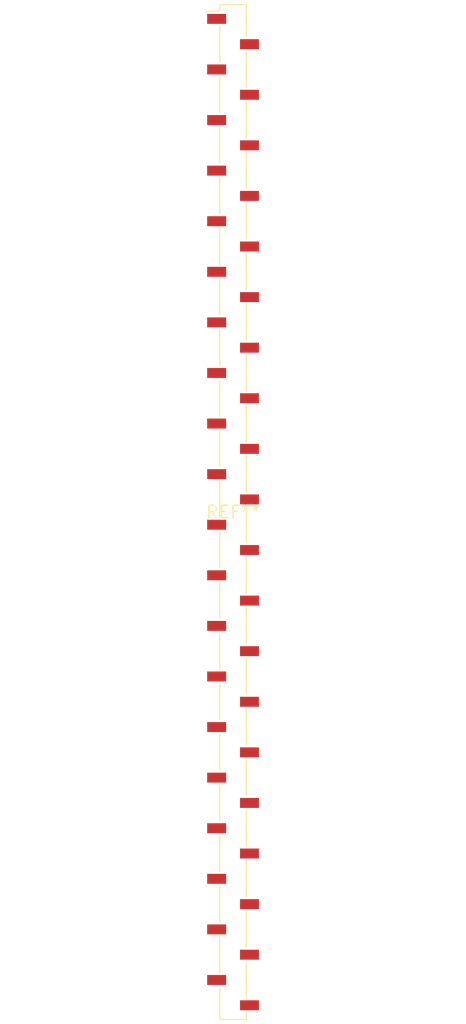
<source format=kicad_pcb>
(kicad_pcb (version 20240108) (generator pcbnew)
  (layers (0 "F.Cu" signal) (31 "B.Cu" signal) (34 "B.Paste" user) (35 "F.Paste" user) (36 "B.SilkS" user "B.Silkscreen") (37 "F.SilkS" user "F.Silkscreen") (38 "B.Mask" user) (39 "F.Mask" user) (44 "Edge.Cuts" user))
  (net 0 "")
  (footprint "PinSocket_1x40_P2.54mm_Vertical_SMD_Pin1Left" (layer "F.Cu") (at 0 0)
    (property "Reference" "REF**")
    (property "Value" "PinSocket_1x40_P2.54mm_Vertical_SMD_Pin1Left")
    (fp_line (start -2.54 -50.29) (end -1.33 -50.29) (layer "F.SilkS") (stroke (width 0.12)))
    (fp_line (start -1.33 -50.96) (end -1.33 -50.29) (layer "F.SilkS") (stroke (width 0.12)))
    (fp_line (start -1.33 -50.96) (end 1.33 -50.96) (layer "F.SilkS") (stroke (width 0.12)))
    (fp_line (start -1.33 -48.77) (end -1.33 -45.21) (layer "F.SilkS") (stroke (width 0.12)))
    (fp_line (start -1.33 -43.69) (end -1.33 -40.13) (layer "F.SilkS") (stroke (width 0.12)))
    (fp_line (start -1.33 -38.61) (end -1.33 -35.05) (layer "F.SilkS") (stroke (width 0.12)))
    (fp_line (start -1.33 -33.53) (end -1.33 -29.97) (layer "F.SilkS") (stroke (width 0.12)))
    (fp_line (start -1.33 -28.45) (end -1.33 -24.89) (layer "F.SilkS") (stroke (width 0.12)))
    (fp_line (start -1.33 -23.37) (end -1.33 -19.81) (layer "F.SilkS") (stroke (width 0.12)))
    (fp_line (start -1.33 -18.29) (end -1.33 -14.73) (layer "F.SilkS") (stroke (width 0.12)))
    (fp_line (start -1.33 -13.21) (end -1.33 -9.65) (layer "F.SilkS") (stroke (width 0.12)))
    (fp_line (start -1.33 -8.13) (end -1.33 -4.57) (layer "F.SilkS") (stroke (width 0.12)))
    (fp_line (start -1.33 -3.05) (end -1.33 0.51) (layer "F.SilkS") (stroke (width 0.12)))
    (fp_line (start -1.33 2.03) (end -1.33 5.59) (layer "F.SilkS") (stroke (width 0.12)))
    (fp_line (start -1.33 7.11) (end -1.33 10.67) (layer "F.SilkS") (stroke (width 0.12)))
    (fp_line (start -1.33 12.19) (end -1.33 15.75) (layer "F.SilkS") (stroke (width 0.12)))
    (fp_line (start -1.33 17.27) (end -1.33 20.83) (layer "F.SilkS") (stroke (width 0.12)))
    (fp_line (start -1.33 22.35) (end -1.33 25.91) (layer "F.SilkS") (stroke (width 0.12)))
    (fp_line (start -1.33 27.43) (end -1.33 30.99) (layer "F.SilkS") (stroke (width 0.12)))
    (fp_line (start -1.33 32.51) (end -1.33 36.07) (layer "F.SilkS") (stroke (width 0.12)))
    (fp_line (start -1.33 37.59) (end -1.33 41.15) (layer "F.SilkS") (stroke (width 0.12)))
    (fp_line (start -1.33 42.67) (end -1.33 46.23) (layer "F.SilkS") (stroke (width 0.12)))
    (fp_line (start -1.33 47.75) (end -1.33 50.96) (layer "F.SilkS") (stroke (width 0.12)))
    (fp_line (start -1.33 50.96) (end 1.33 50.96) (layer "F.SilkS") (stroke (width 0.12)))
    (fp_line (start 1.33 -50.96) (end 1.33 -47.75) (layer "F.SilkS") (stroke (width 0.12)))
    (fp_line (start 1.33 -46.23) (end 1.33 -42.67) (layer "F.SilkS") (stroke (width 0.12)))
    (fp_line (start 1.33 -41.15) (end 1.33 -37.59) (layer "F.SilkS") (stroke (width 0.12)))
    (fp_line (start 1.33 -36.07) (end 1.33 -32.51) (layer "F.SilkS") (stroke (width 0.12)))
    (fp_line (start 1.33 -30.99) (end 1.33 -27.43) (layer "F.SilkS") (stroke (width 0.12)))
    (fp_line (start 1.33 -25.91) (end 1.33 -22.35) (layer "F.SilkS") (stroke (width 0.12)))
    (fp_line (start 1.33 -20.83) (end 1.33 -17.27) (layer "F.SilkS") (stroke (width 0.12)))
    (fp_line (start 1.33 -15.75) (end 1.33 -12.19) (layer "F.SilkS") (stroke (width 0.12)))
    (fp_line (start 1.33 -10.67) (end 1.33 -7.11) (layer "F.SilkS") (stroke (width 0.12)))
    (fp_line (start 1.33 -5.59) (end 1.33 -2.03) (layer "F.SilkS") (stroke (width 0.12)))
    (fp_line (start 1.33 -0.51) (end 1.33 3.05) (layer "F.SilkS") (stroke (width 0.12)))
    (fp_line (start 1.33 4.57) (end 1.33 8.13) (layer "F.SilkS") (stroke (width 0.12)))
    (fp_line (start 1.33 9.65) (end 1.33 13.21) (layer "F.SilkS") (stroke (width 0.12)))
    (fp_line (start 1.33 14.73) (end 1.33 18.29) (layer "F.SilkS") (stroke (width 0.12)))
    (fp_line (start 1.33 19.81) (end 1.33 23.37) (layer "F.SilkS") (stroke (width 0.12)))
    (fp_line (start 1.33 24.89) (end 1.33 28.45) (layer "F.SilkS") (stroke (width 0.12)))
    (fp_line (start 1.33 29.97) (end 1.33 33.53) (layer "F.SilkS") (stroke (width 0.12)))
    (fp_line (start 1.33 35.05) (end 1.33 38.61) (layer "F.SilkS") (stroke (width 0.12)))
    (fp_line (start 1.33 40.13) (end 1.33 43.69) (layer "F.SilkS") (stroke (width 0.12)))
    (fp_line (start 1.33 45.21) (end 1.33 48.77) (layer "F.SilkS") (stroke (width 0.12)))
    (fp_line (start 1.33 50.29) (end 1.33 50.96) (layer "F.SilkS") (stroke (width 0.12)))
    (pad "1" smd rect (at -1.65 -49.53) (size 1.9 1) (layers "F.Cu" "F.Paste" "F.Mask"))
    (pad "2" smd rect (at 1.65 -46.99) (size 1.9 1) (layers "F.Cu" "F.Paste" "F.Mask"))
    (pad "3" smd rect (at -1.65 -44.45) (size 1.9 1) (layers "F.Cu" "F.Paste" "F.Mask"))
    (pad "4" smd rect (at 1.65 -41.91) (size 1.9 1) (layers "F.Cu" "F.Paste" "F.Mask"))
    (pad "5" smd rect (at -1.65 -39.37) (size 1.9 1) (layers "F.Cu" "F.Paste" "F.Mask"))
    (pad "6" smd rect (at 1.65 -36.83) (size 1.9 1) (layers "F.Cu" "F.Paste" "F.Mask"))
    (pad "7" smd rect (at -1.65 -34.29) (size 1.9 1) (layers "F.Cu" "F.Paste" "F.Mask"))
    (pad "8" smd rect (at 1.65 -31.75) (size 1.9 1) (layers "F.Cu" "F.Paste" "F.Mask"))
    (pad "9" smd rect (at -1.65 -29.21) (size 1.9 1) (layers "F.Cu" "F.Paste" "F.Mask"))
    (pad "10" smd rect (at 1.65 -26.67) (size 1.9 1) (layers "F.Cu" "F.Paste" "F.Mask"))
    (pad "11" smd rect (at -1.65 -24.13) (size 1.9 1) (layers "F.Cu" "F.Paste" "F.Mask"))
    (pad "12" smd rect (at 1.65 -21.59) (size 1.9 1) (layers "F.Cu" "F.Paste" "F.Mask"))
    (pad "13" smd rect (at -1.65 -19.05) (size 1.9 1) (layers "F.Cu" "F.Paste" "F.Mask"))
    (pad "14" smd rect (at 1.65 -16.51) (size 1.9 1) (layers "F.Cu" "F.Paste" "F.Mask"))
    (pad "15" smd rect (at -1.65 -13.97) (size 1.9 1) (layers "F.Cu" "F.Paste" "F.Mask"))
    (pad "16" smd rect (at 1.65 -11.43) (size 1.9 1) (layers "F.Cu" "F.Paste" "F.Mask"))
    (pad "17" smd rect (at -1.65 -8.89) (size 1.9 1) (layers "F.Cu" "F.Paste" "F.Mask"))
    (pad "18" smd rect (at 1.65 -6.35) (size 1.9 1) (layers "F.Cu" "F.Paste" "F.Mask"))
    (pad "19" smd rect (at -1.65 -3.81) (size 1.9 1) (layers "F.Cu" "F.Paste" "F.Mask"))
    (pad "20" smd rect (at 1.65 -1.27) (size 1.9 1) (layers "F.Cu" "F.Paste" "F.Mask"))
    (pad "21" smd rect (at -1.65 1.27) (size 1.9 1) (layers "F.Cu" "F.Paste" "F.Mask"))
    (pad "22" smd rect (at 1.65 3.81) (size 1.9 1) (layers "F.Cu" "F.Paste" "F.Mask"))
    (pad "23" smd rect (at -1.65 6.35) (size 1.9 1) (layers "F.Cu" "F.Paste" "F.Mask"))
    (pad "24" smd rect (at 1.65 8.89) (size 1.9 1) (layers "F.Cu" "F.Paste" "F.Mask"))
    (pad "25" smd rect (at -1.65 11.43) (size 1.9 1) (layers "F.Cu" "F.Paste" "F.Mask"))
    (pad "26" smd rect (at 1.65 13.97) (size 1.9 1) (layers "F.Cu" "F.Paste" "F.Mask"))
    (pad "27" smd rect (at -1.65 16.51) (size 1.9 1) (layers "F.Cu" "F.Paste" "F.Mask"))
    (pad "28" smd rect (at 1.65 19.05) (size 1.9 1) (layers "F.Cu" "F.Paste" "F.Mask"))
    (pad "29" smd rect (at -1.65 21.59) (size 1.9 1) (layers "F.Cu" "F.Paste" "F.Mask"))
    (pad "30" smd rect (at 1.65 24.13) (size 1.9 1) (layers "F.Cu" "F.Paste" "F.Mask"))
    (pad "31" smd rect (at -1.65 26.67) (size 1.9 1) (layers "F.Cu" "F.Paste" "F.Mask"))
    (pad "32" smd rect (at 1.65 29.21) (size 1.9 1) (layers "F.Cu" "F.Paste" "F.Mask"))
    (pad "33" smd rect (at -1.65 31.75) (size 1.9 1) (layers "F.Cu" "F.Paste" "F.Mask"))
    (pad "34" smd rect (at 1.65 34.29) (size 1.9 1) (layers "F.Cu" "F.Paste" "F.Mask"))
    (pad "35" smd rect (at -1.65 36.83) (size 1.9 1) (layers "F.Cu" "F.Paste" "F.Mask"))
    (pad "36" smd rect (at 1.65 39.37) (size 1.9 1) (layers "F.Cu" "F.Paste" "F.Mask"))
    (pad "37" smd rect (at -1.65 41.91) (size 1.9 1) (layers "F.Cu" "F.Paste" "F.Mask"))
    (pad "38" smd rect (at 1.65 44.45) (size 1.9 1) (layers "F.Cu" "F.Paste" "F.Mask"))
    (pad "39" smd rect (at -1.65 46.99) (size 1.9 1) (layers "F.Cu" "F.Paste" "F.Mask"))
    (pad "40" smd rect (at 1.65 49.53) (size 1.9 1) (layers "F.Cu" "F.Paste" "F.Mask"))
  )
)
</source>
